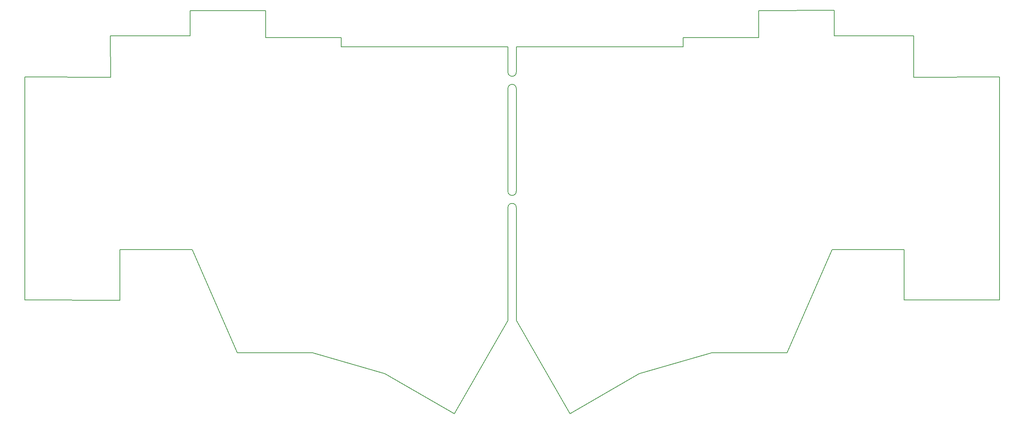
<source format=gbr>
%TF.GenerationSoftware,KiCad,Pcbnew,9.0.6*%
%TF.CreationDate,2026-01-07T23:40:19+05:30*%
%TF.ProjectId,Splitty,53706c69-7474-4792-9e6b-696361645f70,rev?*%
%TF.SameCoordinates,Original*%
%TF.FileFunction,Profile,NP*%
%FSLAX46Y46*%
G04 Gerber Fmt 4.6, Leading zero omitted, Abs format (unit mm)*
G04 Created by KiCad (PCBNEW 9.0.6) date 2026-01-07 23:40:19*
%MOMM*%
%LPD*%
G01*
G04 APERTURE LIST*
%TA.AperFunction,Profile*%
%ADD10C,0.150000*%
%TD*%
G04 APERTURE END LIST*
D10*
X51563000Y-118684814D02*
X51563000Y-106654814D01*
X49313496Y-65449675D02*
X28825338Y-65388362D01*
X144163330Y-68138657D02*
X144163000Y-92680363D01*
X210768283Y-131274402D02*
X221536431Y-106644402D01*
X144170330Y-96578400D02*
X144163000Y-123591364D01*
X144170330Y-96578394D02*
G75*
G02*
X146169670Y-96578362I999670J-6D01*
G01*
X131348752Y-145786294D02*
X144163000Y-123591364D01*
X97514717Y-131284814D02*
X114804717Y-136234814D01*
X114804717Y-136234814D02*
X131348752Y-145786294D01*
X238770000Y-106644402D02*
X221536431Y-106644402D01*
X51563000Y-106654814D02*
X68796569Y-106654814D01*
X144163000Y-58168541D02*
X104354717Y-58181429D01*
X86334717Y-49536150D02*
X86334717Y-56006357D01*
X68292855Y-55590794D02*
X68272289Y-49518286D01*
X49299681Y-55590794D02*
X68292855Y-55590794D01*
X241019504Y-65439263D02*
X261507662Y-65377950D01*
X203998283Y-49525738D02*
X222060711Y-49507874D01*
X146170000Y-64228362D02*
G75*
G02*
X144170000Y-64228362I-1000000J0D01*
G01*
X261507662Y-65377950D02*
X261497112Y-118674402D01*
X51563000Y-118684814D02*
X28835712Y-118658217D01*
X104354717Y-56004797D02*
X104354717Y-58181429D01*
X175528283Y-136224402D02*
X158984248Y-145775882D01*
X185978283Y-55994385D02*
X203998283Y-55995945D01*
X146170000Y-58158129D02*
X185978283Y-58171017D01*
X158984248Y-145775882D02*
X146170000Y-123580952D01*
X146170000Y-96578362D02*
X146170000Y-123580952D01*
X185978283Y-55994385D02*
X185978283Y-58171017D01*
X146163000Y-92680363D02*
G75*
G02*
X144163000Y-92680363I-1000000J0D01*
G01*
X49313496Y-65449675D02*
X49299681Y-55590794D01*
X144163000Y-64228362D02*
X144163000Y-58168541D01*
X79564717Y-131284814D02*
X68796569Y-106654814D01*
X241019504Y-65439263D02*
X241033319Y-55580382D01*
X86334717Y-49536150D02*
X68272289Y-49518286D01*
X210768283Y-131274402D02*
X192818283Y-131274402D01*
X146163000Y-68138625D02*
X146163000Y-92688362D01*
X104354717Y-56004797D02*
X86334717Y-56006357D01*
X144163330Y-68138657D02*
G75*
G02*
X146162670Y-68138625I999670J57D01*
G01*
X241033319Y-55580382D02*
X222040145Y-55580382D01*
X79564717Y-131284814D02*
X97514717Y-131284814D01*
X28825338Y-65388362D02*
X28835712Y-118658217D01*
X146170000Y-64228362D02*
X146170000Y-58158129D01*
X238770000Y-118674402D02*
X261497112Y-118674402D01*
X238770000Y-118674402D02*
X238770000Y-106644402D01*
X222040145Y-55580382D02*
X222060711Y-49507874D01*
X203998283Y-49525738D02*
X203998283Y-55995945D01*
X192818283Y-131274402D02*
X175528283Y-136224402D01*
M02*

</source>
